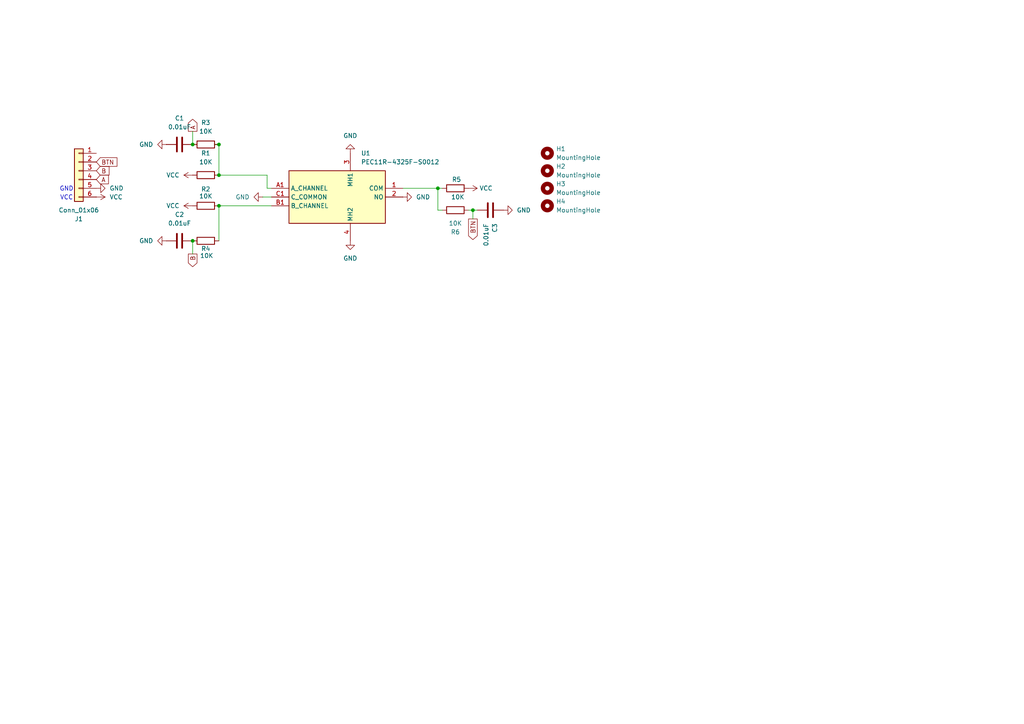
<source format=kicad_sch>
(kicad_sch (version 20250114) (generator "eeschema") (generator_version "9.0")
  (paper "A4")
  (lib_symbols
    (symbol "Connector_Generic:Conn_01x06" (pin_names (offset 1.016) (hide yes))
      (property "Reference" "J" (at 0 7.62 0))
      (property "Value" "Conn_01x06" (at 0 -10.16 0))
      (symbol "Conn_01x06_1_1"
        (rectangle (start -1.27 6.35) (end 1.27 -8.89) (stroke (width 0.254)) (fill (type background)))
        (rectangle (start -1.27 5.207) (end 0 4.953) (stroke (width 0.1524)))
        (rectangle (start -1.27 2.667) (end 0 2.413) (stroke (width 0.1524)))
        (rectangle (start -1.27 0.127) (end 0 -0.127) (stroke (width 0.1524)))
        (rectangle (start -1.27 -2.413) (end 0 -2.667) (stroke (width 0.1524)))
        (rectangle (start -1.27 -4.953) (end 0 -5.207) (stroke (width 0.1524)))
        (rectangle (start -1.27 -7.493) (end 0 -7.747) (stroke (width 0.1524)))
        (pin passive line (at -5.08 5.08 0) (length 3.81) (name "Pin_1") (number "1"))
        (pin passive line (at -5.08 2.54 0) (length 3.81) (name "Pin_2") (number "2"))
        (pin passive line (at -5.08 0 0) (length 3.81) (name "Pin_3") (number "3"))
        (pin passive line (at -5.08 -2.54 0) (length 3.81) (name "Pin_4") (number "4"))
        (pin passive line (at -5.08 -5.08 0) (length 3.81) (name "Pin_5") (number "5"))
        (pin passive line (at -5.08 -7.62 0) (length 3.81) (name "Pin_6") (number "6"))
      )
    )
    (symbol "Device:C" (pin_numbers (hide yes)) (pin_names (offset 0.254))
      (property "Reference" "C" (at 0.635 2.54 0))
      (property "Value" "C" (at 0.635 -2.54 0))
      (symbol "C_0_1"
        (polyline (pts (xy -2.032 0.762) (xy 2.032 0.762)) (stroke (width 0.508)))
        (polyline (pts (xy -2.032 -0.762) (xy 2.032 -0.762)) (stroke (width 0.508)))
      )
      (symbol "C_1_1"
        (pin passive line (at 0 3.81 270) (length 2.794) (name "~") (number "1"))
        (pin passive line (at 0 -3.81 90) (length 2.794) (name "~") (number "2"))
      )
    )
    (symbol "Device:R" (pin_numbers (hide yes)) (pin_names (offset 0))
      (property "Reference" "R" (at 2.032 0 90))
      (property "Value" "R" (at 0 0 90))
      (symbol "R_0_1"
        (rectangle (start -1.016 -2.54) (end 1.016 2.54) (stroke (width 0.254)))
      )
      (symbol "R_1_1"
        (pin passive line (at 0 3.81 270) (length 1.27) (name "~") (number "1"))
        (pin passive line (at 0 -3.81 90) (length 1.27) (name "~") (number "2"))
      )
    )
    (symbol "Mechanical:MountingHole" (pin_names (offset 1.016)) (in_bom no)
      (property "Reference" "H" (at 0 5.08 0))
      (property "Value" "MountingHole" (at 0 3.175 0))
      (symbol "MountingHole_0_1"
        (circle (center 0 0) (radius 1.27) (stroke (width 1.27)))
      )
    )
    (symbol "SamacSys_Parts:PEC11R-4325F-S0012"
      (property "Reference" "U" (at 21.59 15.24 0))
      (property "Value" "PEC11R-4325F-S0012" (at 21.59 12.7 0))
      (symbol "PEC11R-4325F-S0012_1_1"
        (rectangle (start 5.08 10.16) (end 20.32 -17.78) (stroke (width 0.254)) (fill (type background)))
        (pin passive line (at 0 0 0) (length 5.08) (name "MH1") (number "3"))
        (pin passive line (at 10.16 15.24 270) (length 5.08) (name "COM") (number "1"))
        (pin passive line (at 10.16 -22.86 90) (length 5.08) (name "A_CHANNEL") (number "A1"))
        (pin passive line (at 12.7 15.24 270) (length 5.08) (name "NO") (number "2"))
        (pin passive line (at 12.7 -22.86 90) (length 5.08) (name "C_COMMON") (number "C1"))
        (pin passive line (at 15.24 -22.86 90) (length 5.08) (name "B_CHANNEL") (number "B1"))
        (pin passive line (at 25.4 0 180) (length 5.08) (name "MH2") (number "4"))
      )
    )
    (symbol "power:GND" (power) (pin_numbers (hide yes)) (pin_names (offset 0) (hide yes))
      (property "Value" "GND" (at 0 -3.81 0))
      (symbol "GND_0_1"
        (polyline (pts (xy 0 0) (xy 0 -1.27) (xy 1.27 -1.27) (xy 0 -2.54) (xy -1.27 -1.27) (xy 0 -1.27)))
      )
      (symbol "GND_1_1"
        (pin power_in line (at 0 0 270) (length 0) (name "~") (number "1"))
      )
    )
    (symbol "power:VCC" (power) (pin_numbers (hide yes)) (pin_names (offset 0) (hide yes))
      (property "Value" "VCC" (at 0 3.556 0))
      (symbol "VCC_0_1"
        (polyline (pts (xy -0.762 1.27) (xy 0 2.54)))
        (polyline (pts (xy 0 2.54) (xy 0.762 1.27)))
        (polyline (pts (xy 0 0) (xy 0 2.54)))
      )
      (symbol "VCC_1_1"
        (pin power_in line (at 0 0 90) (length 0) (name "~") (number "1"))
      )
    )
  )
  (text "VCC\n" (at 19.304 57.404 0) (effects (font (size 1.27 1.27))))
  (text "GND\n" (at 19.304 54.864 0) (effects (font (size 1.27 1.27))))
  (junction (at 55.88 41.91))
  (junction (at 63.5 50.8))
  (junction (at 137.16 60.96))
  (junction (at 63.5 41.91))
  (junction (at 63.5 59.69))
  (junction (at 55.88 69.85))
  (junction (at 127 54.61))
  (wire (pts (xy 116.84 54.61) (xy 127 54.61)))
  (wire (pts (xy 137.16 60.96) (xy 137.16 63.5)))
  (wire (pts (xy 63.5 59.69) (xy 63.5 69.85)))
  (wire (pts (xy 63.5 41.91) (xy 63.5 50.8)))
  (wire (pts (xy 128.27 60.96) (xy 127 60.96)))
  (wire (pts (xy 135.89 60.96) (xy 137.16 60.96)))
  (wire (pts (xy 62.23 41.91) (xy 63.5 41.91)))
  (wire (pts (xy 63.5 59.69) (xy 78.74 59.69)))
  (wire (pts (xy 55.88 38.1) (xy 55.88 41.91)))
  (wire (pts (xy 78.74 57.15) (xy 76.2 57.15)))
  (wire (pts (xy 127 54.61) (xy 127 60.96)))
  (wire (pts (xy 78.74 54.61) (xy 77.47 54.61)))
  (wire (pts (xy 128.27 54.61) (xy 127 54.61)))
  (wire (pts (xy 55.88 69.85) (xy 55.88 73.66)))
  (wire (pts (xy 137.16 60.96) (xy 138.43 60.96)))
  (wire (pts (xy 77.47 54.61) (xy 77.47 50.8)))
  (wire (pts (xy 77.47 50.8) (xy 63.5 50.8)))
  (global_label "B" (shape input) (at 27.94 49.53 0) (property "Intersheetrefs" "${INTERSHEET_REFS}" (effects (hide yes))))
  (global_label "BTN" (shape input) (at 27.94 46.99 0) (property "Intersheetrefs" "${INTERSHEET_REFS}" (effects (hide yes))))
  (global_label "A" (shape output) (at 55.88 38.1 90) (property "Intersheetrefs" "${INTERSHEET_REFS}" (effects (hide yes))))
  (global_label "BTN" (shape output) (at 137.16 63.5 270) (property "Intersheetrefs" "${INTERSHEET_REFS}" (effects (hide yes))))
  (global_label "B" (shape output) (at 55.88 73.66 270) (property "Intersheetrefs" "${INTERSHEET_REFS}" (effects (hide yes))))
  (global_label "A" (shape input) (at 27.94 52.07 0) (property "Intersheetrefs" "${INTERSHEET_REFS}" (effects (hide yes))))
  (symbol (lib_id "Mechanical:MountingHole") (at 158.75 59.69 0) (unit 1) (in_bom no)
    (property "Reference" "H4" (at 161.29 58.4199 0) (effects (justify left)))
    (property "Value" "MountingHole" (at 161.29 60.9599 0) (effects (justify left)))
    (property "Footprint" "MountingHole:MountingHole_3.2mm_M3" (effects (hide yes)))
    (property "Description" "Mounting Hole without connection" (effects (hide yes)))
  )
  (symbol (lib_id "power:GND") (at 48.26 41.91 270) (unit 1)
    (property "Reference" "#PWR06" (effects (hide yes)))
    (property "Value" "GND" (at 44.45 41.9099 90) (effects (justify right)))
    (property "Description" "Power symbol creates a global label with name \"GND\" , ground" (effects (hide yes)))
  )
  (symbol (lib_id "power:GND") (at 146.05 60.96 90) (unit 1)
    (property "Reference" "#PWR010" (effects (hide yes)))
    (property "Value" "GND" (at 149.86 60.9601 90) (effects (justify right)))
    (property "Description" "Power symbol creates a global label with name \"GND\" , ground" (effects (hide yes)))
  )
  (symbol (lib_id "power:GND") (at 27.94 54.61 90) (unit 1)
    (property "Reference" "#PWR05" (effects (hide yes)))
    (property "Value" "GND" (at 31.75 54.6099 90) (effects (justify right)))
    (property "Description" "Power symbol creates a global label with name \"GND\" , ground" (effects (hide yes)))
  )
  (symbol (lib_id "power:GND") (at 48.26 69.85 270) (unit 1)
    (property "Reference" "#PWR09" (effects (hide yes)))
    (property "Value" "GND" (at 44.45 69.8499 90) (effects (justify right)))
    (property "Description" "Power symbol creates a global label with name \"GND\" , ground" (effects (hide yes)))
  )
  (symbol (lib_id "Connector_Generic:Conn_01x06") (at 22.86 49.53 0) (mirror y) (unit 1)
    (property "Reference" "J1" (at 22.86 63.5 0))
    (property "Value" "Conn_01x06" (at 22.86 60.96 0))
    (property "Footprint" "Connector_PinHeader_2.54mm:PinHeader_1x06_P2.54mm_Horizontal" (effects (hide yes)))
    (property "Description" "Generic connector, single row, 01x06, script generated (kicad-library-utils/schlib/autogen/connector/)" (effects (hide yes)))
  )
  (symbol (lib_id "Device:R") (at 132.08 60.96 90) (unit 1)
    (property "Reference" "R6" (at 132.08 67.31 90))
    (property "Value" "10K" (at 132.08 64.77 90))
    (property "Footprint" "Resistor_THT:R_Axial_DIN0204_L3.6mm_D1.6mm_P5.08mm_Horizontal" (effects (hide yes)))
    (property "Description" "Resistor" (effects (hide yes)))
  )
  (symbol (lib_id "power:VCC") (at 27.94 57.15 270) (unit 1)
    (property "Reference" "#PWR01" (effects (hide yes)))
    (property "Value" "VCC" (at 31.75 57.1499 90) (effects (justify left)))
    (property "Description" "Power symbol creates a global label with name \"VCC\"" (effects (hide yes)))
  )
  (symbol (lib_id "power:GND") (at 101.6 69.85 0) (unit 1)
    (property "Reference" "#PWR012" (effects (hide yes)))
    (property "Value" "GND" (at 101.6 74.93 0))
    (property "Description" "Power symbol creates a global label with name \"GND\" , ground" (effects (hide yes)))
  )
  (symbol (lib_id "power:GND") (at 76.2 57.15 270) (unit 1)
    (property "Reference" "#PWR07" (effects (hide yes)))
    (property "Value" "GND" (at 72.39 57.1499 90) (effects (justify right)))
    (property "Description" "Power symbol creates a global label with name \"GND\" , ground" (effects (hide yes)))
  )
  (symbol (lib_id "Device:R") (at 59.69 69.85 90) (unit 1)
    (property "Reference" "R4" (at 59.69 72.136 90))
    (property "Value" "10K" (at 59.944 74.168 90))
    (property "Footprint" "Resistor_THT:R_Axial_DIN0204_L3.6mm_D1.6mm_P5.08mm_Horizontal" (effects (hide yes)))
    (property "Description" "Resistor" (effects (hide yes)))
  )
  (symbol (lib_id "Mechanical:MountingHole") (at 158.75 49.53 0) (unit 1) (in_bom no)
    (property "Reference" "H2" (at 161.29 48.2599 0) (effects (justify left)))
    (property "Value" "MountingHole" (at 161.29 50.7999 0) (effects (justify left)))
    (property "Footprint" "MountingHole:MountingHole_3.2mm_M3" (effects (hide yes)))
    (property "Description" "Mounting Hole without connection" (effects (hide yes)))
  )
  (symbol (lib_id "Mechanical:MountingHole") (at 158.75 54.61 0) (unit 1) (in_bom no)
    (property "Reference" "H3" (at 161.29 53.3399 0) (effects (justify left)))
    (property "Value" "MountingHole" (at 161.29 55.8799 0) (effects (justify left)))
    (property "Footprint" "MountingHole:MountingHole_3.2mm_M3" (effects (hide yes)))
    (property "Description" "Mounting Hole without connection" (effects (hide yes)))
  )
  (symbol (lib_id "Device:C") (at 52.07 41.91 90) (unit 1)
    (property "Reference" "C1" (at 52.07 34.29 90))
    (property "Value" "0.01uF" (at 52.07 36.83 90))
    (property "Footprint" "Capacitor_THT:C_Disc_D3.8mm_W2.6mm_P2.50mm" (effects (hide yes)))
    (property "Description" "Unpolarized capacitor" (effects (hide yes)))
  )
  (symbol (lib_id "power:VCC") (at 55.88 59.69 90) (unit 1)
    (property "Reference" "#PWR03" (effects (hide yes)))
    (property "Value" "VCC" (at 52.07 59.6899 90) (effects (justify left)))
    (property "Description" "Power symbol creates a global label with name \"VCC\"" (effects (hide yes)))
  )
  (symbol (lib_id "Device:C") (at 52.07 69.85 90) (unit 1)
    (property "Reference" "C2" (at 52.07 62.23 90))
    (property "Value" "0.01uF" (at 52.07 64.77 90))
    (property "Footprint" "Capacitor_THT:C_Disc_D3.8mm_W2.6mm_P2.50mm" (effects (hide yes)))
    (property "Description" "Unpolarized capacitor" (effects (hide yes)))
  )
  (symbol (lib_id "power:GND") (at 116.84 57.15 90) (unit 1)
    (property "Reference" "#PWR011" (effects (hide yes)))
    (property "Value" "GND" (at 120.65 57.1499 90) (effects (justify right)))
    (property "Description" "Power symbol creates a global label with name \"GND\" , ground" (effects (hide yes)))
  )
  (symbol (lib_id "SamacSys_Parts:PEC11R-4325F-S0012") (at 101.6 44.45 270) (unit 1)
    (property "Reference" "U1" (at 104.7181 44.45 90) (effects (justify left)))
    (property "Value" "PEC11R-4325F-S0012" (at 104.7181 46.99 90) (effects (justify left)))
    (property "Footprint" "SamacSys_Parts:PEC11R4325FS0012" (effects (hide yes)))
    (property "Datasheet" "https://www.bourns.com/docs/product-datasheets/pec11r.pdf" (effects (hide yes)))
    (property "Description" "Rotary Encoder Mechanical 12 Quadrature (Incremental) Vertical" (effects (hide yes)))
    (property "Height" "31.5" (effects (hide yes)))
    (property "Mouser Part Number" "652-PEC11R4325FS0012" (effects (hide yes)))
    (property "Mouser Price/Stock" "https://www.mouser.co.uk/ProductDetail/Bourns/PEC11R-4325F-S0012?qs=Zq5ylnUbLm4xKJFZnkQTMQ%3D%3D" (effects (hide yes)))
    (property "Manufacturer_Name" "Bourns" (effects (hide yes)))
    (property "Manufacturer_Part_Number" "PEC11R-4325F-S0012" (effects (hide yes)))
  )
  (symbol (lib_id "Mechanical:MountingHole") (at 158.75 44.45 0) (unit 1) (in_bom no)
    (property "Reference" "H1" (at 161.29 43.1799 0) (effects (justify left)))
    (property "Value" "MountingHole" (at 161.29 45.7199 0) (effects (justify left)))
    (property "Footprint" "MountingHole:MountingHole_3.2mm_M3" (effects (hide yes)))
    (property "Description" "Mounting Hole without connection" (effects (hide yes)))
  )
  (symbol (lib_id "Device:C") (at 142.24 60.96 90) (unit 1)
    (property "Reference" "C3" (at 143.5101 64.77 0) (effects (justify right)))
    (property "Value" "0.01uF" (at 140.9701 64.77 0) (effects (justify right)))
    (property "Footprint" "Capacitor_THT:C_Disc_D3.8mm_W2.6mm_P2.50mm" (effects (hide yes)))
    (property "Description" "Unpolarized capacitor" (effects (hide yes)))
  )
  (symbol (lib_id "Device:R") (at 59.69 41.91 270) (unit 1)
    (property "Reference" "R3" (at 59.69 35.56 90))
    (property "Value" "10K" (at 59.69 38.1 90))
    (property "Footprint" "Resistor_THT:R_Axial_DIN0204_L3.6mm_D1.6mm_P5.08mm_Horizontal" (effects (hide yes)))
    (property "Description" "Resistor" (effects (hide yes)))
  )
  (symbol (lib_id "Device:R") (at 59.69 50.8 90) (unit 1)
    (property "Reference" "R1" (at 59.69 44.45 90))
    (property "Value" "10K" (at 59.69 46.99 90))
    (property "Footprint" "Resistor_THT:R_Axial_DIN0204_L3.6mm_D1.6mm_P5.08mm_Horizontal" (effects (hide yes)))
    (property "Description" "Resistor" (effects (hide yes)))
  )
  (symbol (lib_id "Device:R") (at 132.08 54.61 90) (unit 1)
    (property "Reference" "R5" (at 131.064 52.07 90) (effects (justify right)))
    (property "Value" "10K" (at 130.8101 57.15 90) (effects (justify right)))
    (property "Footprint" "Resistor_THT:R_Axial_DIN0204_L3.6mm_D1.6mm_P5.08mm_Horizontal" (effects (hide yes)))
    (property "Description" "Resistor" (effects (hide yes)))
  )
  (symbol (lib_id "power:VCC") (at 135.89 54.61 270) (unit 1)
    (property "Reference" "#PWR02" (effects (hide yes)))
    (property "Value" "VCC" (at 140.97 54.61 90))
    (property "Description" "Power symbol creates a global label with name \"VCC\"" (effects (hide yes)))
  )
  (symbol (lib_id "power:GND") (at 101.6 44.45 180) (unit 1)
    (property "Reference" "#PWR08" (effects (hide yes)))
    (property "Value" "GND" (at 101.6 39.37 0))
    (property "Description" "Power symbol creates a global label with name \"GND\" , ground" (effects (hide yes)))
  )
  (symbol (lib_id "Device:R") (at 59.69 59.69 90) (unit 1)
    (property "Reference" "R2" (at 59.69 54.864 90))
    (property "Value" "10K" (at 59.69 56.896 90))
    (property "Footprint" "Resistor_THT:R_Axial_DIN0204_L3.6mm_D1.6mm_P5.08mm_Horizontal" (effects (hide yes)))
    (property "Description" "Resistor" (effects (hide yes)))
  )
  (symbol (lib_id "power:VCC") (at 55.88 50.8 90) (unit 1)
    (property "Reference" "#PWR04" (effects (hide yes)))
    (property "Value" "VCC" (at 52.07 50.7999 90) (effects (justify left)))
    (property "Description" "Power symbol creates a global label with name \"VCC\"" (effects (hide yes)))
  )
)
</source>
